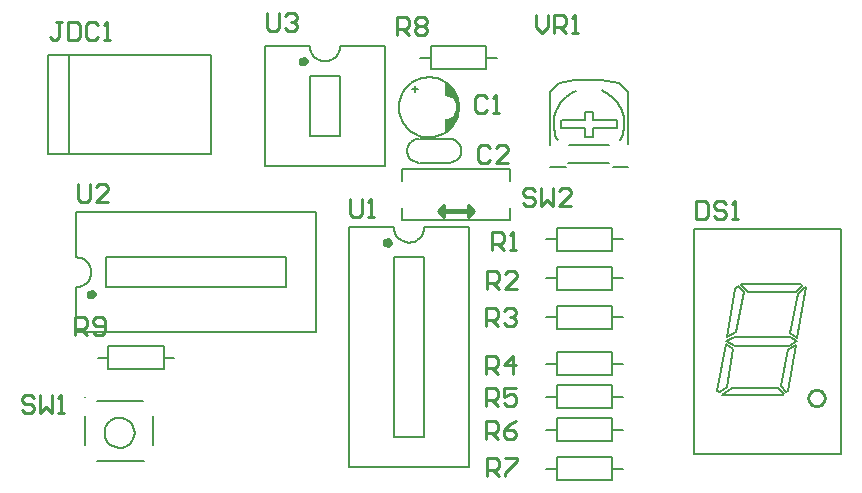
<source format=gto>
G04*
G04 #@! TF.GenerationSoftware,Altium Limited,Altium Designer,22.10.1 (41)*
G04*
G04 Layer_Color=65535*
%FSLAX25Y25*%
%MOIN*%
G70*
G04*
G04 #@! TF.SameCoordinates,7AE85D4C-FD46-4DCC-B2CD-606CE683DADB*
G04*
G04*
G04 #@! TF.FilePolarity,Positive*
G04*
G01*
G75*
%ADD10C,0.01500*%
%ADD11C,0.00700*%
%ADD12C,0.00600*%
%ADD13C,0.01000*%
G36*
X452000Y342900D02*
Y338300D01*
X453200Y338100D01*
X454200Y337700D01*
X454900Y337200D01*
X455400Y336400D01*
X455700Y335500D01*
X455800Y334500D01*
X455700Y333500D01*
X455400Y332800D01*
X454900Y332100D01*
X454300Y331400D01*
X453700Y331000D01*
X452700Y330700D01*
X452000D01*
Y326000D01*
X452800Y326700D01*
X454000Y327600D01*
X454800Y328600D01*
X455700Y330100D01*
X456400Y332600D01*
X456600Y335400D01*
X455900Y338500D01*
X454700Y340500D01*
X453000Y342400D01*
X452000Y342900D01*
D02*
G37*
D10*
X405500Y349900D02*
X404947Y350661D01*
X404053Y350370D01*
Y349430D01*
X404947Y349139D01*
X405500Y349900D01*
X433500Y289400D02*
X432947Y290161D01*
X432053Y289870D01*
Y288930D01*
X432947Y288639D01*
X433500Y289400D01*
X334900Y272200D02*
X334347Y272961D01*
X333453Y272670D01*
Y271730D01*
X334347Y271439D01*
X334900Y272200D01*
X450500Y300000D02*
X460500D01*
D11*
X407005Y355038D02*
X407071Y354041D01*
X407334Y353078D01*
X407783Y352185D01*
X408400Y351400D01*
X409162Y350753D01*
X410036Y350271D01*
X410989Y349972D01*
X411983Y349868D01*
X412977Y349965D01*
X413932Y350256D01*
X414811Y350732D01*
X415577Y351373D01*
X416200Y352153D01*
X416656Y353042D01*
X416926Y354004D01*
X417000Y355000D01*
X456658Y334500D02*
X456609Y335496D01*
X456460Y336481D01*
X456214Y337448D01*
X455873Y338384D01*
X455441Y339282D01*
X454921Y340133D01*
X454319Y340928D01*
X453641Y341659D01*
X452893Y342318D01*
X452084Y342900D01*
X451220Y343399D01*
X450312Y343809D01*
X449367Y344126D01*
X448395Y344348D01*
X447406Y344472D01*
X446409Y344497D01*
X445415Y344422D01*
X444433Y344249D01*
X443473Y343979D01*
X442545Y343615D01*
X441658Y343160D01*
X440821Y342619D01*
X440041Y341998D01*
X439328Y341302D01*
X438687Y340538D01*
X438125Y339714D01*
X437649Y338839D01*
X437261Y337920D01*
X436968Y336968D01*
X436770Y335990D01*
X436671Y334998D01*
Y334001D01*
X436770Y333010D01*
X436968Y332032D01*
X437261Y331080D01*
X437649Y330161D01*
X438125Y329286D01*
X438687Y328462D01*
X439328Y327698D01*
X440041Y327002D01*
X440821Y326381D01*
X441658Y325840D01*
X442545Y325385D01*
X443473Y325021D01*
X444433Y324751D01*
X445415Y324578D01*
X446409Y324503D01*
X447406Y324528D01*
X448395Y324652D01*
X449367Y324874D01*
X450312Y325191D01*
X451220Y325601D01*
X452084Y326100D01*
X452893Y326682D01*
X453641Y327341D01*
X454319Y328072D01*
X454921Y328867D01*
X455441Y329717D01*
X455873Y330616D01*
X456214Y331552D01*
X456460Y332519D01*
X456609Y333504D01*
X456658Y334500D01*
X453500Y316000D02*
X454457Y316116D01*
X455359Y316458D01*
X456152Y317006D01*
X456792Y317728D01*
X457240Y318582D01*
X457471Y319518D01*
Y320482D01*
X457240Y321418D01*
X456792Y322272D01*
X456152Y322994D01*
X455359Y323542D01*
X454457Y323884D01*
X453500Y324000D01*
X443400D02*
X442443Y323884D01*
X441541Y323542D01*
X440747Y322994D01*
X440108Y322272D01*
X439660Y321418D01*
X439429Y320482D01*
Y319518D01*
X439660Y318582D01*
X440108Y317728D01*
X440747Y317006D01*
X441541Y316458D01*
X442443Y316116D01*
X443400Y316000D01*
X435005Y294538D02*
X435071Y293541D01*
X435333Y292578D01*
X435783Y291685D01*
X436400Y290900D01*
X437161Y290253D01*
X438036Y289771D01*
X438989Y289472D01*
X439983Y289369D01*
X440977Y289465D01*
X441932Y289756D01*
X442811Y290232D01*
X443577Y290873D01*
X444200Y291653D01*
X444656Y292542D01*
X444926Y293504D01*
X445000Y294500D01*
X510435Y323634D02*
X510859Y324534D01*
X511206Y325467D01*
X511472Y326425D01*
X511657Y327403D01*
X511759Y328393D01*
X511777Y329387D01*
X511710Y330380D01*
X511560Y331364D01*
X511328Y332331D01*
X511015Y333276D01*
X510624Y334190D01*
X510156Y335068D01*
X509616Y335904D01*
X509008Y336691D01*
X508335Y337424D01*
X507603Y338098D01*
X506816Y338708D01*
X505981Y339249D01*
X505104Y339717D01*
X504190Y340110D01*
X495810Y340010D02*
X494896Y339617D01*
X494019Y339148D01*
X493184Y338608D01*
X492397Y337998D01*
X491665Y337325D01*
X490992Y336591D01*
X490384Y335804D01*
X489844Y334968D01*
X489376Y334090D01*
X488985Y333176D01*
X488672Y332231D01*
X488439Y331264D01*
X488290Y330280D01*
X488223Y329287D01*
X488241Y328293D01*
X488343Y327303D01*
X488528Y326325D01*
X488794Y325367D01*
X489141Y324434D01*
X489565Y323534D01*
X328962Y274505D02*
X329959Y274571D01*
X330923Y274833D01*
X331815Y275283D01*
X332600Y275900D01*
X333246Y276661D01*
X333729Y277536D01*
X334028Y278489D01*
X334132Y279483D01*
X334035Y280477D01*
X333744Y281432D01*
X333268Y282311D01*
X332627Y283077D01*
X331847Y283700D01*
X330958Y284156D01*
X329996Y284426D01*
X329000Y284500D01*
X417000Y324800D02*
Y344900D01*
X407000D02*
X417000D01*
X407000Y324800D02*
Y344900D01*
Y324800D02*
X417000D01*
X432000Y315000D02*
Y355000D01*
X392000Y315000D02*
X432000D01*
X392000D02*
Y355000D01*
X417100D02*
X432000D01*
X392000D02*
X407000D01*
X442000Y339500D02*
Y341500D01*
X441000Y340500D02*
X443000D01*
X443500Y316000D02*
X453500D01*
X443500Y324000D02*
X453500D01*
X437500Y314000D02*
X473500D01*
X437500Y297000D02*
X473500D01*
Y310000D02*
Y314000D01*
Y297000D02*
Y301000D01*
X437500Y297000D02*
Y301000D01*
Y310000D02*
Y314000D01*
X485800Y214000D02*
X489300D01*
Y217800D02*
X507800D01*
Y214000D02*
X511200D01*
X489300Y210200D02*
X507800D01*
Y217800D01*
X489300Y210200D02*
Y217800D01*
X485800Y227000D02*
X489300D01*
Y230800D02*
X507800D01*
Y227000D02*
X511200D01*
X489300Y223200D02*
X507800D01*
Y230800D01*
X489300Y223200D02*
Y230800D01*
X485800Y238000D02*
X489300D01*
Y241800D02*
X507800D01*
Y238000D02*
X511200D01*
X489300Y234200D02*
X507800D01*
Y241800D01*
X489300Y234200D02*
Y241800D01*
X485800Y249000D02*
X489300D01*
Y252800D02*
X507800D01*
Y249000D02*
X511200D01*
X489300Y245200D02*
X507800D01*
Y252800D01*
X489300Y245200D02*
Y252800D01*
X485800Y264500D02*
X489300D01*
Y268300D02*
X507800D01*
Y264500D02*
X511200D01*
X489300Y260700D02*
X507800D01*
Y268300D01*
X489300Y260700D02*
Y268300D01*
X485800Y277500D02*
X489300D01*
Y281300D02*
X507800D01*
Y277500D02*
X511200D01*
X489300Y273700D02*
X507800D01*
Y281300D01*
X489300Y273700D02*
Y281300D01*
X485800Y290500D02*
X489300D01*
Y294300D02*
X507800D01*
Y290500D02*
X511200D01*
X489300Y286700D02*
X507800D01*
Y294300D01*
X489300Y286700D02*
Y294300D01*
X332000Y237900D02*
X332100Y238000D01*
X319500Y319000D02*
Y352000D01*
X374000Y319000D02*
Y352000D01*
X319500D02*
X374000D01*
X319500Y319000D02*
X374000D01*
X326500D02*
Y352000D01*
X459900Y294500D02*
X460000Y294400D01*
Y214500D02*
Y294400D01*
X420000Y214500D02*
X460000D01*
X420000D02*
Y294500D01*
X445100D02*
X460000D01*
X420000D02*
X435000D01*
Y284500D02*
X445000D01*
X435000Y224500D02*
Y284500D01*
Y224500D02*
X445000D01*
Y284500D01*
X487100Y314600D02*
X492200D01*
X508000D02*
X513100D01*
X495400Y343600D02*
X504150D01*
X490000Y342700D02*
X495400Y343600D01*
X486900Y339600D02*
X490000Y342700D01*
X486900Y322100D02*
Y339600D01*
X493100Y316000D02*
X506800D01*
X513000Y322200D02*
Y339700D01*
X510000Y342700D02*
X513000Y339700D01*
X504150Y343600D02*
X510000Y342700D01*
X493200Y321900D02*
X506700D01*
X490800Y327600D02*
Y330300D01*
Y327600D02*
X498500D01*
Y324600D02*
Y327600D01*
Y324600D02*
X501200D01*
Y327500D01*
X509200D01*
Y330400D01*
X501300D02*
X509200D01*
X501300D02*
Y332900D01*
X498600D02*
X501300D01*
X498600Y330300D02*
Y332900D01*
X490900Y330300D02*
X498600D01*
X329000Y299400D02*
X329100Y299500D01*
X409000D01*
Y259500D02*
Y299500D01*
X329000Y259500D02*
X409000D01*
X329000Y284600D02*
Y299500D01*
Y259500D02*
Y274500D01*
X339000D02*
Y284500D01*
Y274500D02*
X399000D01*
Y284500D01*
X339000D02*
X399000D01*
X465700Y351000D02*
X469200D01*
X447200Y347200D02*
X465700D01*
X443800Y351000D02*
X447200D01*
Y354800D02*
X465700D01*
X447200Y347200D02*
Y354800D01*
X465700Y347200D02*
Y354800D01*
X358200Y251000D02*
X361700D01*
X339700Y247200D02*
X358200D01*
X336300Y251000D02*
X339700D01*
Y254800D02*
X358200D01*
X339700Y247200D02*
Y254800D01*
X358200Y247200D02*
Y254800D01*
D12*
X348500Y226000D02*
X348398Y227007D01*
X348095Y227972D01*
X347604Y228856D01*
X346945Y229624D01*
X346145Y230243D01*
X345236Y230689D01*
X344257Y230942D01*
X343247Y230994D01*
X342247Y230840D01*
X341298Y230489D01*
X340440Y229954D01*
X339706Y229257D01*
X339128Y228427D01*
X338729Y227497D01*
X338526Y226506D01*
Y225494D01*
X338729Y224503D01*
X339128Y223573D01*
X339706Y222743D01*
X340440Y222046D01*
X341298Y221511D01*
X342247Y221160D01*
X343247Y221006D01*
X344257Y221058D01*
X345236Y221311D01*
X346145Y221757D01*
X346945Y222376D01*
X347604Y223144D01*
X348095Y224028D01*
X348398Y224993D01*
X348500Y226000D01*
X354500Y222000D02*
Y231500D01*
X336000Y236500D02*
X351400D01*
X332000Y222000D02*
Y231500D01*
X336000Y216500D02*
X351500D01*
X545800Y256700D02*
X548500Y258000D01*
X567000D01*
X546000D02*
X549000Y259500D01*
X546000Y258000D02*
X548500Y274000D01*
X549000Y259500D02*
X551500Y273000D01*
X553000D02*
X567000D01*
X545800Y256700D02*
X548500Y255000D01*
X566500D01*
X545500Y255500D02*
X548000Y254000D01*
X542800Y240100D02*
X545500Y255500D01*
X546000Y241200D02*
X548000Y254000D01*
X543500Y239500D02*
X546000Y241200D01*
X542800Y240100D02*
X543500Y239500D01*
X546000Y241200D01*
X544500Y238500D02*
X549500D01*
X544700D02*
X547400D01*
X544500D02*
X544700D01*
X544200Y238700D02*
X544500Y238500D01*
X544200Y238700D02*
X547600Y240900D01*
X563100D01*
X567000Y258000D02*
X569200Y256500D01*
X566500Y255000D02*
X569200Y256500D01*
X551600Y275500D02*
X569200D01*
X570500D01*
X571100Y275100D01*
X568900Y273000D02*
X571100Y275100D01*
X566800Y273000D02*
X568900D01*
X548500Y274000D02*
X549500Y274800D01*
X551500Y273000D01*
X550600Y275200D02*
X553000Y273000D01*
X550500Y275300D02*
X550600Y275200D01*
X550500Y275300D02*
X550800Y275500D01*
X551800D01*
X545000Y238500D02*
X547100D01*
X569500Y272300D02*
X571900Y274700D01*
X567100Y259200D02*
X569500Y272300D01*
X567100Y259200D02*
X569400Y257600D01*
X572400Y274500D01*
X571900Y274700D02*
X572400Y274500D01*
X549500Y238500D02*
X564500D01*
X566700Y254000D02*
X569100Y255400D01*
X566300Y253800D02*
X566700Y254000D01*
X564100Y241600D02*
X566300Y253800D01*
X564100Y241600D02*
X565800Y239500D01*
X566300Y239800D01*
X569100Y255400D01*
X564500Y238500D02*
X564900Y238800D01*
X563100Y240900D02*
X564900Y238800D01*
X535100Y219000D02*
X583900D01*
Y294000D01*
X535100D02*
X583900D01*
X535100Y219000D02*
Y294000D01*
D13*
X578602Y237600D02*
X578433Y238558D01*
X577946Y239401D01*
X577201Y240026D01*
X576287Y240359D01*
X575314D01*
X574399Y240026D01*
X573654Y239401D01*
X573167Y238558D01*
X572998Y237600D01*
X573167Y236642D01*
X573654Y235799D01*
X574399Y235174D01*
X575314Y234841D01*
X576287D01*
X577201Y235174D01*
X577946Y235799D01*
X578433Y236642D01*
X578602Y237600D01*
X451500Y298000D02*
Y302000D01*
X449500Y300000D02*
X451500Y298000D01*
X449500Y300000D02*
X451500Y302000D01*
X459500Y298000D02*
X461500Y300000D01*
X459500Y302000D02*
X461500Y300000D01*
X459500Y298000D02*
Y302000D01*
X482300Y365198D02*
Y361199D01*
X484299Y359200D01*
X486299Y361199D01*
Y365198D01*
X488298Y359200D02*
Y365198D01*
X491297D01*
X492297Y364198D01*
Y362199D01*
X491297Y361199D01*
X488298D01*
X490297D02*
X492297Y359200D01*
X494296D02*
X496295D01*
X495296D01*
Y365198D01*
X494296Y364198D01*
X392600Y365798D02*
Y360800D01*
X393600Y359800D01*
X395599D01*
X396599Y360800D01*
Y365798D01*
X398598Y364798D02*
X399598Y365798D01*
X401597D01*
X402597Y364798D01*
Y363799D01*
X401597Y362799D01*
X400597D01*
X401597D01*
X402597Y361799D01*
Y360800D01*
X401597Y359800D01*
X399598D01*
X398598Y360800D01*
X329600Y309098D02*
Y304100D01*
X330600Y303100D01*
X332599D01*
X333599Y304100D01*
Y309098D01*
X339597Y303100D02*
X335598D01*
X339597Y307099D01*
Y308098D01*
X338597Y309098D01*
X336598D01*
X335598Y308098D01*
X420300Y303898D02*
Y298900D01*
X421300Y297900D01*
X423299D01*
X424299Y298900D01*
Y303898D01*
X426298Y297900D02*
X428297D01*
X427298D01*
Y303898D01*
X426298Y302898D01*
X482001Y306499D02*
X481002Y307499D01*
X479002D01*
X478003Y306499D01*
Y305500D01*
X479002Y304500D01*
X481002D01*
X482001Y303500D01*
Y302501D01*
X481002Y301501D01*
X479002D01*
X478003Y302501D01*
X484001Y307499D02*
Y301501D01*
X486000Y303500D01*
X487999Y301501D01*
Y307499D01*
X493997Y301501D02*
X489999D01*
X493997Y305500D01*
Y306499D01*
X492998Y307499D01*
X490998D01*
X489999Y306499D01*
X315001Y237499D02*
X314001Y238499D01*
X312002D01*
X311002Y237499D01*
Y236500D01*
X312002Y235500D01*
X314001D01*
X315001Y234500D01*
Y233501D01*
X314001Y232501D01*
X312002D01*
X311002Y233501D01*
X317000Y238499D02*
Y232501D01*
X319000Y234500D01*
X320999Y232501D01*
Y238499D01*
X322998Y232501D02*
X324998D01*
X323998D01*
Y238499D01*
X322998Y237499D01*
X328600Y258700D02*
Y264698D01*
X331599D01*
X332599Y263698D01*
Y261699D01*
X331599Y260699D01*
X328600D01*
X330599D02*
X332599Y258700D01*
X334598Y259700D02*
X335598Y258700D01*
X337597D01*
X338597Y259700D01*
Y263698D01*
X337597Y264698D01*
X335598D01*
X334598Y263698D01*
Y262699D01*
X335598Y261699D01*
X338597D01*
X436100Y358700D02*
Y364698D01*
X439099D01*
X440099Y363698D01*
Y361699D01*
X439099Y360699D01*
X436100D01*
X438099D02*
X440099Y358700D01*
X442098Y363698D02*
X443098Y364698D01*
X445097D01*
X446097Y363698D01*
Y362699D01*
X445097Y361699D01*
X446097Y360699D01*
Y359700D01*
X445097Y358700D01*
X443098D01*
X442098Y359700D01*
Y360699D01*
X443098Y361699D01*
X442098Y362699D01*
Y363698D01*
X443098Y361699D02*
X445097D01*
X466002Y211501D02*
Y217499D01*
X469001D01*
X470000Y216499D01*
Y214500D01*
X469001Y213500D01*
X466002D01*
X468001D02*
X470000Y211501D01*
X472000Y217499D02*
X475998D01*
Y216499D01*
X472000Y212501D01*
Y211501D01*
X465502Y224001D02*
Y229999D01*
X468501D01*
X469500Y228999D01*
Y227000D01*
X468501Y226000D01*
X465502D01*
X467501D02*
X469500Y224001D01*
X475498Y229999D02*
X473499Y228999D01*
X471500Y227000D01*
Y225001D01*
X472499Y224001D01*
X474499D01*
X475498Y225001D01*
Y226000D01*
X474499Y227000D01*
X471500D01*
X465502Y235001D02*
Y240999D01*
X468501D01*
X469500Y239999D01*
Y238000D01*
X468501Y237000D01*
X465502D01*
X467501D02*
X469500Y235001D01*
X475498Y240999D02*
X471500D01*
Y238000D01*
X473499Y239000D01*
X474499D01*
X475498Y238000D01*
Y236001D01*
X474499Y235001D01*
X472499D01*
X471500Y236001D01*
X465502Y245501D02*
Y251499D01*
X468501D01*
X469500Y250499D01*
Y248500D01*
X468501Y247500D01*
X465502D01*
X467501D02*
X469500Y245501D01*
X474499D02*
Y251499D01*
X471500Y248500D01*
X475498D01*
X465502Y261501D02*
Y267499D01*
X468501D01*
X469500Y266499D01*
Y264500D01*
X468501Y263500D01*
X465502D01*
X467501D02*
X469500Y261501D01*
X471500Y266499D02*
X472499Y267499D01*
X474499D01*
X475498Y266499D01*
Y265500D01*
X474499Y264500D01*
X473499D01*
X474499D01*
X475498Y263500D01*
Y262501D01*
X474499Y261501D01*
X472499D01*
X471500Y262501D01*
X466002Y274001D02*
Y279999D01*
X469001D01*
X470000Y278999D01*
Y277000D01*
X469001Y276000D01*
X466002D01*
X468001D02*
X470000Y274001D01*
X475998D02*
X472000D01*
X475998Y278000D01*
Y278999D01*
X474999Y279999D01*
X472999D01*
X472000Y278999D01*
X467501Y287001D02*
Y292999D01*
X470500D01*
X471500Y291999D01*
Y290000D01*
X470500Y289000D01*
X467501D01*
X469501D02*
X471500Y287001D01*
X473499D02*
X475499D01*
X474499D01*
Y292999D01*
X473499Y291999D01*
X324199Y362898D02*
X322199D01*
X323199D01*
Y357900D01*
X322199Y356900D01*
X321200D01*
X320200Y357900D01*
X326198Y362898D02*
Y356900D01*
X329197D01*
X330197Y357900D01*
Y361898D01*
X329197Y362898D01*
X326198D01*
X336195Y361898D02*
X335195Y362898D01*
X333196D01*
X332196Y361898D01*
Y357900D01*
X333196Y356900D01*
X335195D01*
X336195Y357900D01*
X338194Y356900D02*
X340194D01*
X339194D01*
Y362898D01*
X338194Y361898D01*
X535800Y303298D02*
Y297300D01*
X538799D01*
X539799Y298300D01*
Y302298D01*
X538799Y303298D01*
X535800D01*
X545797Y302298D02*
X544797Y303298D01*
X542798D01*
X541798Y302298D01*
Y301299D01*
X542798Y300299D01*
X544797D01*
X545797Y299299D01*
Y298300D01*
X544797Y297300D01*
X542798D01*
X541798Y298300D01*
X547796Y297300D02*
X549795D01*
X548796D01*
Y303298D01*
X547796Y302298D01*
X467000Y320999D02*
X466001Y321999D01*
X464001D01*
X463002Y320999D01*
Y317001D01*
X464001Y316001D01*
X466001D01*
X467000Y317001D01*
X472998Y316001D02*
X469000D01*
X472998Y320000D01*
Y320999D01*
X471999Y321999D01*
X469999D01*
X469000Y320999D01*
X466000Y337499D02*
X465000Y338499D01*
X463001D01*
X462001Y337499D01*
Y333501D01*
X463001Y332501D01*
X465000D01*
X466000Y333501D01*
X467999Y332501D02*
X469999D01*
X468999D01*
Y338499D01*
X467999Y337499D01*
M02*

</source>
